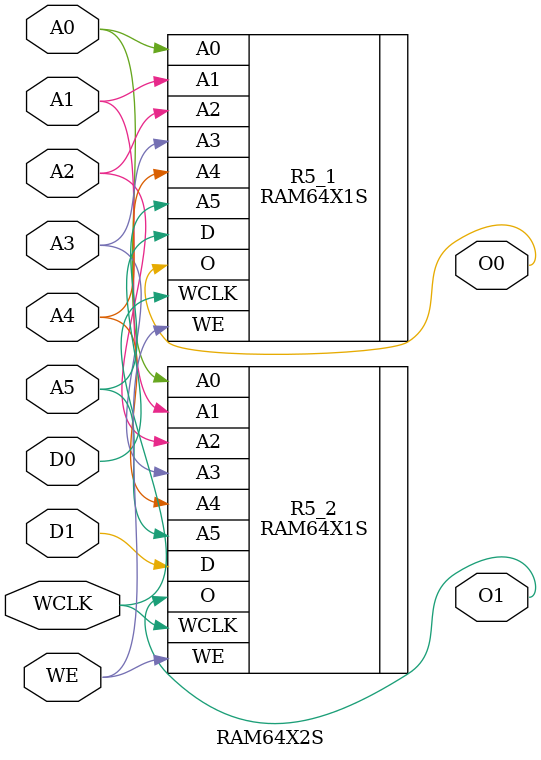
<source format=v>

`timescale  1 ps / 1 ps

module RAM64X2S (O0, O1, A0, A1, A2, A3, A4, A5, D0, D1, WCLK, WE);

    parameter [63:0] INIT_00 = 64'h0000000000000000;
    parameter [63:0] INIT_01 = 64'h0000000000000000;
    parameter [0:0] IS_WCLK_INVERTED = 1'b0;

    output O0, O1;

    input  A0, A1, A2, A3, A4, A5, D0, D1, WCLK, WE;

    RAM64X1S #(.INIT(INIT_00), .IS_WCLK_INVERTED(IS_WCLK_INVERTED)) R5_1 (
	       .O (O0),
	       .A0 (A0),
	       .A1 (A1),
	       .A2 (A2),
	       .A3 (A3),
	       .A4 (A4),
	       .A5 (A5),
	       .D (D0),
	       .WCLK (WCLK),
	       .WE (WE));

    RAM64X1S #(.INIT(INIT_01), .IS_WCLK_INVERTED(IS_WCLK_INVERTED)) R5_2 (
	       .O (O1),
	       .A0 (A0),
	       .A1 (A1),
	       .A2 (A2),
	       .A3 (A3),
	       .A4 (A4),
	       .A5 (A5),
	       .D (D1),
	       .WCLK (WCLK),
	       .WE (WE));

endmodule

</source>
